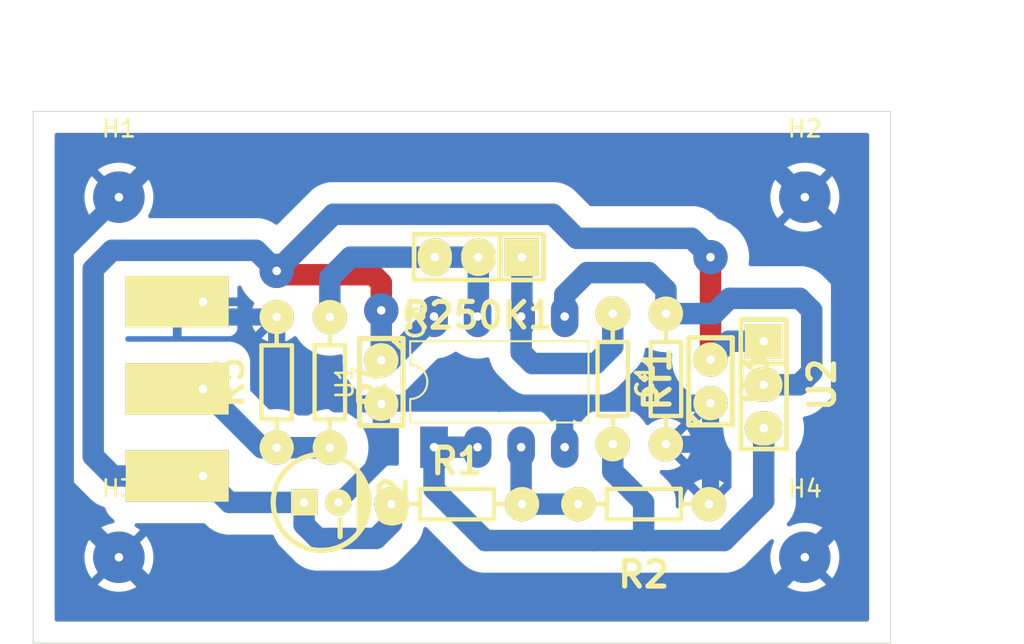
<source format=kicad_pcb>
(kicad_pcb (version 20211014) (generator pcbnew)
  (layers (0 "F.Cu" signal) (31 "B.Cu" signal) (34 "B.Paste" user) (35 "F.Paste" user) (36 "B.SilkS" user "B.Silkscreen") (37 "F.SilkS" user "F.Silkscreen") (38 "B.Mask" user) (39 "F.Mask" user) (44 "Edge.Cuts" user))
  (net 0 "")
  (net 1 "GNDREF")
  (net 2 "VCC")
  (net 3 "/OUT_TEMP")
  (net 4 "Net-(R1-Pad2)")
  (net 5 "Net-(R3-Pad1)")
  (net 6 "Net-(R250K1-Pad2)")
  (net 7 "Net-(R250K1-Pad1)")
  (net 8 "/SALIDA 6V")
  (net 9 "GND")
  (footprint "EESTN5:RES0.3" (layer "F.Cu") (at 146.6 88.4)
    (fp_text reference "R2" (at 0 4.1) (layer "F.SilkS") (effects (font (size 1.5 1.5) (thickness 0.3))))
    (fp_text value "R100K" hide)
    (fp_line (start 2.159 0) (end 3.81 0) (layer "F.SilkS") (width 0.254))
    (fp_line (start -2.159 0) (end -3.81 0) (layer "F.SilkS") (width 0.254))
    (fp_line (start -2.159 -0.889) (end -2.159 0.889) (layer "F.SilkS") (width 0.254))
    (fp_line (start 2.159 0.889) (end 2.159 -0.889) (layer "F.SilkS") (width 0.254))
    (fp_line (start 2.159 -0.889) (end -2.159 -0.889) (layer "F.SilkS") (width 0.254))
    (fp_line (start -2.159 0.889) (end 2.159 0.889) (layer "F.SilkS") (width 0.254))
    (pad "1" thru_hole circle locked (at -3.81 0) (size 2 2) (drill 0.5) (layers *.Cu *.Mask "F.SilkS") (net 4 "Net-(R1-Pad2)"))
    (pad "2" thru_hole circle locked (at 3.81 0) (size 2 2) (drill 0.5) (layers *.Cu *.Mask "F.SilkS") (net 1 "GNDREF"))
  )
  (footprint "EESTN5:CAP_0.1" (layer "F.Cu") (at 150.5 81.24 90)
    (fp_text reference "C1" (at 0 -3.81 90) (layer "F.SilkS") (effects (font (size 1.016 1.016) (thickness 0.2032))))
    (fp_text value "C 100nF" hide)
    (fp_line (start 2.54 -1.27) (end 2.54 1.27) (layer "F.SilkS") (width 0.3048))
    (fp_line (start -2.54 -0.635) (end -1.905 -1.27) (layer "F.SilkS") (width 0.3048))
    (fp_line (start -2.54 1.27) (end -2.54 -1.27) (layer "F.SilkS") (width 0.3048))
    (fp_line (start 2.54 1.27) (end -2.54 1.27) (layer "F.SilkS") (width 0.3048))
    (fp_line (start -2.4892 -1.27) (end 2.54 -1.27) (layer "F.SilkS") (width 0.3048))
    (pad "1" thru_hole circle locked (at -1.27 0 90) (size 2 2) (drill 0.5) (layers *.Cu *.Mask "F.SilkS") (net 1 "GNDREF"))
    (pad "2" thru_hole circle locked (at 1.27 0 90) (size 2 2) (drill 0.5) (layers *.Cu *.Mask "F.SilkS") (net 2 "VCC"))
  )
  (footprint "EESTN5:RES0.3" (layer "F.Cu") (at 144.8 81.1 -90)
    (fp_text reference "Ri1" (at 0 -2.6 90) (layer "F.SilkS") (effects (font (size 1.5 1.5) (thickness 0.3))))
    (fp_text value "R15k" hide)
    (fp_line (start -2.159 0.889) (end 2.159 0.889) (layer "F.SilkS") (width 0.254))
    (fp_line (start 2.159 0.889) (end 2.159 -0.889) (layer "F.SilkS") (width 0.254))
    (fp_line (start 2.159 0) (end 3.81 0) (layer "F.SilkS") (width 0.254))
    (fp_line (start -2.159 0) (end -3.81 0) (layer "F.SilkS") (width 0.254))
    (fp_line (start 2.159 -0.889) (end -2.159 -0.889) (layer "F.SilkS") (width 0.254))
    (fp_line (start -2.159 -0.889) (end -2.159 0.889) (layer "F.SilkS") (width 0.254))
    (pad "1" thru_hole circle locked (at -3.81 0 270) (size 2 2) (drill 0.5) (layers *.Cu *.Mask "F.SilkS") (net 7 "Net-(R250K1-Pad1)"))
    (pad "2" thru_hole circle locked (at 3.81 0 270) (size 2 2) (drill 0.5) (layers *.Cu *.Mask "F.SilkS") (net 8 "/SALIDA 6V"))
  )
  (footprint "MountingHole:MountingHole_3mm_Pad" (layer "F.Cu") (at 116 70.5)
    (fp_text reference "H1" (at 0 -4) (layer "F.SilkS"))
    (fp_text value "MountingHole_Pad")
    (pad "1" thru_hole circle (at 0 0) (size 3 3) (drill 0.5) (layers *.Cu *.Mask) (net 9 "GND"))
  )
  (footprint "EESTN5:CAP_ELEC_5x11mm" (layer "F.Cu") (at 127.8 88.3 -90)
    (fp_text reference "C2" (at 0 -4.2 90) (layer "F.SilkS") (effects (font (size 1.524 1.524) (thickness 0.3048))))
    (fp_text value "C 10uF" hide)
    (fp_line (start -0.8 -2.6) (end 0.8 -2.6) (layer "F.SilkS") (width 0.3048))
    (fp_line (start -1.3 -2.4) (end 1.3 -2.4) (layer "F.SilkS") (width 0.3048))
    (fp_line (start -1.7 -2.2) (end 1.7 -2.2) (layer "F.SilkS") (width 0.3048))
    (fp_line (start 1 -1.1) (end 2 -1.1) (layer "F.SilkS") (width 0.3))
    (fp_circle (center 0 0) (end 2.8 0) (layer "F.SilkS") (width 0.3048) (fill none))
    (pad "1" thru_hole rect locked (at 0 1 270) (size 1.524 1.524) (drill 0.5) (layers *.Cu *.Mask "F.SilkS") (net 2 "VCC"))
    (pad "2" thru_hole circle locked (at 0 -1 270) (size 1.524 1.524) (drill 0.5) (layers *.Cu *.Mask "F.SilkS") (net 1 "GNDREF"))
  )
  (footprint "MountingHole:MountingHole_3mm_Pad" (layer "F.Cu") (at 116 91.5)
    (fp_text reference "H3" (at 0 -4) (layer "F.SilkS"))
    (fp_text value "MountingHole_Pad")
    (pad "1" thru_hole circle (at 0 0) (size 3 3) (drill 0.5) (layers *.Cu *.Mask) (net 9 "GND"))
  )
  (footprint "EESTN5:RES0.3" (layer "F.Cu") (at 128.3 81.3 -90)
    (fp_text reference "R4" (at 0 -2.5 90) (layer "F.SilkS") (effects (font (size 1.5 1.5) (thickness 0.3))))
    (fp_text value "R27K" hide)
    (fp_line (start -2.159 -0.889) (end -2.159 0.889) (layer "F.SilkS") (width 0.254))
    (fp_line (start 2.159 0.889) (end 2.159 -0.889) (layer "F.SilkS") (width 0.254))
    (fp_line (start 2.159 0) (end 3.81 0) (layer "F.SilkS") (width 0.254))
    (fp_line (start -2.159 0.889) (end 2.159 0.889) (layer "F.SilkS") (width 0.254))
    (fp_line (start 2.159 -0.889) (end -2.159 -0.889) (layer "F.SilkS") (width 0.254))
    (fp_line (start -2.159 0) (end -3.81 0) (layer "F.SilkS") (width 0.254))
    (pad "1" thru_hole circle locked (at -3.81 0 270) (size 2 2) (drill 0.5) (layers *.Cu *.Mask "F.SilkS") (net 6 "Net-(R250K1-Pad2)"))
    (pad "2" thru_hole circle locked (at 3.81 0 270) (size 2 2) (drill 0.5) (layers *.Cu *.Mask "F.SilkS") (net 3 "/OUT_TEMP"))
  )
  (footprint "EESTN5:DIP-8" (layer "F.Cu") (at 134.376 85.08 90)
    (fp_text reference "U1" (at 3.81 -5.212 90) (layer "F.SilkS"))
    (fp_text value "LM358" hide)
    (fp_line (start 1.44 -1.39) (end 1.44 9.01) (layer "F.SilkS") (width 0.12))
    (fp_line (start 6.18 9.01) (end 6.18 -1.39) (layer "F.SilkS") (width 0.12))
    (fp_line (start 6.18 -1.39) (end 4.81 -1.39) (layer "F.SilkS") (width 0.12))
    (fp_line (start 1.44 9.01) (end 6.18 9.01) (layer "F.SilkS") (width 0.12))
    (fp_line (start 2.81 -1.39) (end 1.44 -1.39) (layer "F.SilkS") (width 0.12))
    (fp_arc (start 4.81 -1.39) (mid 3.81 -0.39) (end 2.81 -1.39) (layer "F.SilkS") (width 0.12))
    (pad "1" thru_hole rect locked (at 0 0 90) (size 2.4 1.6) (drill 0.5) (layers *.Cu *.Mask) (net 8 "/SALIDA 6V"))
    (pad "2" thru_hole oval locked (at 0 2.54 90) (size 2.4 1.6) (drill 0.5) (layers *.Cu *.Mask) (net 8 "/SALIDA 6V"))
    (pad "3" thru_hole oval locked (at 0 5.08 90) (size 2.4 1.6) (drill 0.5) (layers *.Cu *.Mask) (net 4 "Net-(R1-Pad2)"))
    (pad "4" thru_hole oval locked (at 0 7.62 90) (size 2.4 1.6) (drill 0.5) (layers *.Cu *.Mask) (net 1 "GNDREF"))
    (pad "5" thru_hole oval locked (at 7.62 7.62 90) (size 2.4 1.6) (drill 0.5) (layers *.Cu *.Mask) (net 5 "Net-(R3-Pad1)"))
    (pad "6" thru_hole oval locked (at 7.62 5.08 90) (size 2.4 1.6) (drill 0.5) (layers *.Cu *.Mask) (net 7 "Net-(R250K1-Pad1)"))
    (pad "7" thru_hole oval locked (at 7.62 2.54 90) (size 2.4 1.6) (drill 0.5) (layers *.Cu *.Mask) (net 6 "Net-(R250K1-Pad2)"))
    (pad "8" thru_hole oval locked (at 7.62 0 90) (size 2.4 1.6) (drill 0.5) (layers *.Cu *.Mask) (net 2 "VCC"))
  )
  (footprint "EESTN5:RES0.3" (layer "F.Cu") (at 147.9 81.1 -90)
    (fp_text reference "R3" (at 0.04 -5.2 90) (layer "F.SilkS") (effects (font (size 1.5 1.5) (thickness 0.3))))
    (fp_text value "R12K" hide)
    (fp_line (start 2.159 0.889) (end 2.159 -0.889) (layer "F.SilkS") (width 0.254))
    (fp_line (start -2.159 -0.889) (end -2.159 0.889) (layer "F.SilkS") (width 0.254))
    (fp_line (start 2.159 0) (end 3.81 0) (layer "F.SilkS") (width 0.254))
    (fp_line (start -2.159 0.889) (end 2.159 0.889) (layer "F.SilkS") (width 0.254))
    (fp_line (start -2.159 0) (end -3.81 0) (layer "F.SilkS") (width 0.254))
    (fp_line (start 2.159 -0.889) (end -2.159 -0.889) (layer "F.SilkS") (width 0.254))
    (pad "1" thru_hole circle locked (at -3.81 0 270) (size 2 2) (drill 0.5) (layers *.Cu *.Mask "F.SilkS") (net 5 "Net-(R3-Pad1)"))
    (pad "2" thru_hole circle locked (at 3.81 0 270) (size 2 2) (drill 0.5) (layers *.Cu *.Mask "F.SilkS") (net 1 "GNDREF"))
  )
  (footprint "MountingHole:MountingHole_3mm_Pad" (layer "F.Cu") (at 156 91.5)
    (fp_text reference "H4" (at 0 -4) (layer "F.SilkS"))
    (fp_text value "MountingHole_Pad")
    (pad "1" thru_hole circle (at 0 0) (size 3 3) (drill 0.5) (layers *.Cu *.Mask) (net 9 "GND"))
  )
  (footprint "EESTN5:RES0.3" (layer "F.Cu") (at 125.2 81.3 90)
    (fp_text reference "R5" (at 0 -2.7 90) (layer "F.SilkS") (effects (font (size 1.5 1.5) (thickness 0.3))))
    (fp_text value "R10K" hide)
    (fp_line (start -2.159 0.889) (end 2.159 0.889) (layer "F.SilkS") (width 0.254))
    (fp_line (start -2.159 0) (end -3.81 0) (layer "F.SilkS") (width 0.254))
    (fp_line (start 2.159 0) (end 3.81 0) (layer "F.SilkS") (width 0.254))
    (fp_line (start 2.159 -0.889) (end -2.159 -0.889) (layer "F.SilkS") (width 0.254))
    (fp_line (start -2.159 -0.889) (end -2.159 0.889) (layer "F.SilkS") (width 0.254))
    (fp_line (start 2.159 0.889) (end 2.159 -0.889) (layer "F.SilkS") (width 0.254))
    (pad "1" thru_hole circle locked (at -3.81 0 90) (size 2 2) (drill 0.5) (layers *.Cu *.Mask "F.SilkS") (net 3 "/OUT_TEMP"))
    (pad "2" thru_hole circle locked (at 3.81 0 90) (size 2 2) (drill 0.5) (layers *.Cu *.Mask "F.SilkS") (net 1 "GNDREF"))
  )
  (footprint "EESTN5:Pin_Header_3" (layer "F.Cu") (at 136.96 74 180)
    (fp_text reference "R250K1" (at 0 -3.4) (layer "F.SilkS") (effects (font (size 1.5 1.5) (thickness 0.3))))
    (fp_text value "PRESET Rf" hide)
    (fp_line (start 3.81 -1.397) (end 3.81 -1.143) (layer "F.SilkS") (width 0.15))
    (fp_line (start 3.81 -1.27) (end 3.81 1.27) (layer "F.SilkS") (width 0.15))
    (fp_line (start 3.683 1.27) (end 3.683 -1.27) (layer "F.SilkS") (width 0.15))
    (fp_line (start 3.81 1.397) (end -3.81 1.397) (layer "F.SilkS") (width 0.15))
    (fp_line (start -3.81 1.27) (end -3.81 -1.27) (layer "F.SilkS") (width 0.3048))
    (fp_line (start -3.81 -1.397) (end 3.81 -1.397) (layer "F.SilkS") (width 0.15))
    (fp_line (start 3.81 1.016) (end 3.81 1.397) (layer "F.SilkS") (width 0.15))
    (fp_line (start -1.27 -1.27) (end -1.27 1.27) (layer "F.SilkS") (width 0.3048))
    (fp_line (start 3.81 -1.27) (end -3.81 -1.27) (layer "F.SilkS") (width 0.15))
    (fp_line (start 3.81 1.27) (end -3.81 1.27) (layer "F.SilkS") (width 0.15))
    (pad "1" thru_hole rect locked (at -2.54 0 180) (size 2 2.19964) (drill 0.5) (layers *.Cu *.Mask "F.SilkS") (net 7 "Net-(R250K1-Pad1)"))
    (pad "2" thru_hole oval locked (at 0 0 180) (size 2 2.19964) (drill 0.5) (layers *.Cu *.Mask "F.SilkS") (net 6 "Net-(R250K1-Pad2)"))
    (pad "3" thru_hole oval locked (at 2.54 0 180) (size 2 2.19964) (drill 0.5) (layers *.Cu *.Mask "F.SilkS") (net 6 "Net-(R250K1-Pad2)"))
  )
  (footprint "EESTN5:Pin_Header_3" (layer "F.Cu") (at 153.6 81.44 -90)
    (fp_text reference "U2" (at 0 -3.4 90) (layer "F.SilkS") (effects (font (size 1.5 1.5) (thickness 0.3))))
    (fp_text value "LM35-LP" hide)
    (fp_line (start -1.27 -1.27) (end -1.27 1.27) (layer "F.SilkS") (width 0.3048))
    (fp_line (start 3.81 1.016) (end 3.81 1.397) (layer "F.SilkS") (width 0.15))
    (fp_line (start 3.81 1.397) (end -3.81 1.397) (layer "F.SilkS") (width 0.15))
    (fp_line (start -3.81 -1.397) (end 3.81 -1.397) (layer "F.SilkS") (width 0.15))
    (fp_line (start 3.81 -1.27) (end 3.81 1.27) (layer "F.SilkS") (width 0.15))
    (fp_line (start 3.683 1.27) (end 3.683 -1.27) (layer "F.SilkS") (width 0.15))
    (fp_line (start 3.81 -1.397) (end 3.81 -1.143) (layer "F.SilkS") (width 0.15))
    (fp_line (start -3.81 1.27) (end -3.81 -1.27) (layer "F.SilkS") (width 0.3048))
    (fp_line (start 3.81 -1.27) (end -3.81 -1.27) (layer "F.SilkS") (width 0.15))
    (fp_line (start 3.81 1.27) (end -3.81 1.27) (layer "F.SilkS") (width 0.15))
    (pad "1" thru_hole rect locked (at -2.54 0 270) (size 2 2.19964) (drill 0.5) (layers *.Cu *.Mask "F.SilkS") (net 2 "VCC"))
    (pad "2" thru_hole oval locked (at 0 0 270) (size 2 2.19964) (drill 0.5) (layers *.Cu *.Mask "F.SilkS") (net 5 "Net-(R3-Pad1)"))
    (pad "3" thru_hole oval locked (at 2.54 0 270) (size 2 2.19964) (drill 0.5) (layers *.Cu *.Mask "F.SilkS") (net 8 "/SALIDA 6V"))
  )
  (footprint "EESTN5:CAP_0.1" (layer "F.Cu") (at 131.3 81.28 -90)
    (fp_text reference "C3" (at -3.5 -2.01 90) (layer "F.SilkS") (effects (font (size 1.016 1.016) (thickness 0.2032))))
    (fp_text value "C 100nF" hide)
    (fp_line (start -2.54 -0.635) (end -1.905 -1.27) (layer "F.SilkS") (width 0.3048))
    (fp_line (start 2.54 1.27) (end -2.54 1.27) (layer "F.SilkS") (width 0.3048))
    (fp_line (start -2.4892 -1.27) (end 2.54 -1.27) (layer "F.SilkS") (width 0.3048))
    (fp_line (start 2.54 -1.27) (end 2.54 1.27) (layer "F.SilkS") (width 0.3048))
    (fp_line (start -2.54 1.27) (end -2.54 -1.27) (layer "F.SilkS") (width 0.3048))
    (pad "1" thru_hole circle locked (at -1.27 0 270) (size 2 2) (drill 0.5) (layers *.Cu *.Mask "F.SilkS") (net 2 "VCC"))
    (pad "2" thru_hole circle locked (at 1.27 0 270) (size 2 2) (drill 0.5) (layers *.Cu *.Mask "F.SilkS") (net 1 "GNDREF"))
  )
  (footprint "MountingHole:MountingHole_3mm_Pad" (layer "F.Cu") (at 156 70.5)
    (fp_text reference "H2" (at 0 -4) (layer "F.SilkS"))
    (fp_text value "MountingHole_Pad")
    (pad "1" thru_hole circle (at 0 0) (size 3 3) (drill 0.5) (layers *.Cu *.Mask) (net 9 "GND"))
  )
  (footprint "EESTN5:Cable_3_1,5mm" (layer "F.Cu") (at 120.9 81.68 -90)
    (fp_text reference "J1" hide)
    (fp_text value "Conn_01X03" hide)
    (pad "1" thru_hole rect locked (at -5.08 0 270) (size 3 6) (drill 0.5 (offset 0 1.5)) (layers *.Cu *.Mask "F.SilkS") (net 1 "GNDREF"))
    (pad "2" thru_hole rect locked (at 0 0 270) (size 3 6) (drill 0.5 (offset 0 1.5)) (layers *.Cu *.Mask "F.SilkS") (net 3 "/OUT_TEMP"))
    (pad "3" thru_hole rect locked (at 5.08 0 270) (size 3 6) (drill 0.5 (offset 0 1.5)) (layers *.Cu *.Mask "F.SilkS") (net 2 "VCC"))
  )
  (footprint "EESTN5:RES0.3" (layer "F.Cu") (at 135.7 88.4)
    (fp_text reference "R1" (at 0 -2.5) (layer "F.SilkS") (effects (font (size 1.5 1.5) (thickness 0.3))))
    (fp_text value "R100K" hide)
    (fp_line (start 2.159 -0.889) (end -2.159 -0.889) (layer "F.SilkS") (width 0.254))
    (fp_line (start -2.159 0.889) (end 2.159 0.889) (layer "F.SilkS") (width 0.254))
    (fp_line (start -2.159 -0.889) (end -2.159 0.889) (layer "F.SilkS") (width 0.254))
    (fp_line (start 2.159 0.889) (end 2.159 -0.889) (layer "F.SilkS") (width 0.254))
    (fp_line (start 2.159 0) (end 3.81 0) (layer "F.SilkS") (width 0.254))
    (fp_line (start -2.159 0) (end -3.81 0) (layer "F.SilkS") (width 0.254))
    (pad "1" thru_hole circle locked (at -3.81 0) (size 2 2) (drill 0.5) (layers *.Cu *.Mask "F.SilkS") (net 2 "VCC"))
    (pad "2" thru_hole circle locked (at 3.81 0) (size 2 2) (drill 0.5) (layers *.Cu *.Mask "F.SilkS") (net 4 "Net-(R1-Pad2)"))
  )
  (gr_line (start 161 65.5) (end 161 96.5) (layer "Edge.Cuts") (width 0.05))
  (gr_line (start 161 96.5) (end 111 96.5) (layer "Edge.Cuts") (width 0.05))
  (gr_line (start 111 96.5) (end 111 65.5) (layer "Edge.Cuts") (width 0.05))
  (gr_line (start 111 65.5) (end 161 65.5) (layer "Edge.Cuts") (width 0.05))
  (segment (start 125.2 79.1) (end 128.65 82.55) (width 1) (layer "B.Cu") (net 1))
  (segment (start 150.5 88.31) (end 150.41 88.4) (width 1) (layer "B.Cu") (net 1))
  (segment (start 141.996 85.08) (end 141.996 82.516) (width 1) (layer "B.Cu") (net 1))
  (segment (start 125.2 77.49) (end 121.79 77.49) (width 1) (layer "B.Cu") (net 1))
  (segment (start 150.5 82.51) (end 141.99 82.51) (width 1) (layer "B.Cu") (net 1))
  (segment (start 147.9 84.91) (end 150.29 84.91) (width 1) (layer "B.Cu") (net 1))
  (segment (start 141.996 82.516) (end 141.99 82.51) (width 1) (layer "B.Cu") (net 1))
  (segment (start 141.99 82.51) (end 131.34 82.51) (width 1) (layer "B.Cu") (net 1))
  (segment (start 125.2 77.49) (end 125.2 79.1) (width 1) (layer "B.Cu") (net 1))
  (segment (start 131.3 82.55) (end 131.3 85.8) (width 1) (layer "B.Cu") (net 1))
  (segment (start 150.5 82.51) (end 150.5 84.7) (width 1) (layer "B.Cu") (net 1))
  (segment (start 150.5 84.7) (end 150.5 88.31) (width 1) (layer "B.Cu") (net 1))
  (segment (start 121.79 77.49) (end 120.9 76.6) (width 1) (layer "B.Cu") (net 1))
  (segment (start 150.29 84.91) (end 150.5 84.7) (width 1) (layer "B.Cu") (net 1))
  (segment (start 131.34 82.51) (end 131.3 82.55) (width 1) (layer "B.Cu") (net 1))
  (segment (start 128.65 82.55) (end 131.3 82.55) (width 1) (layer "B.Cu") (net 1))
  (segment (start 131.3 85.8) (end 128.8 88.3) (width 1) (layer "B.Cu") (net 1))
  (segment (start 131.3 77.1) (end 131.3 75.5) (width 1.25) (layer "F.Cu") (net 2))
  (segment (start 131.3 75.5) (end 130.824511 75.024511) (width 1.25) (layer "F.Cu") (net 2))
  (segment (start 125.424511 75.024511) (end 125.2 74.8) (width 1.25) (layer "F.Cu") (net 2))
  (segment (start 130.824511 75.024511) (end 125.424511 75.024511) (width 1.25) (layer "F.Cu") (net 2))
  (segment (start 131.34 79.97) (end 131.3 80.01) (width 1.25) (layer "F.Cu") (net 2))
  (segment (start 150.5 79.97) (end 150.5 74) (width 1.25) (layer "F.Cu") (net 2))
  (via (at 150.5 74) (size 2) (drill 0.5) (layers "F.Cu" "B.Cu") (net 2))
  (via (at 125.2 74.8) (size 2) (drill 0.5) (layers "F.Cu" "B.Cu") (net 2))
  (via (at 131.3 77.1) (size 2) (drill 0.5) (layers "F.Cu" "B.Cu") (net 2))
  (segment (start 131.9 89.5) (end 131 90.4) (width 1.25) (layer "B.Cu") (net 2))
  (segment (start 128.5 71.5) (end 141.3 71.5) (width 1.25) (layer "B.Cu") (net 2))
  (segment (start 115.66 86.76) (end 114.5 85.6) (width 1.25) (layer "B.Cu") (net 2))
  (segment (start 127.6 90.4) (end 126.8 89.6) (width 1.25) (layer "B.Cu") (net 2))
  (segment (start 153.6 78.9) (end 151.57 78.9) (width 1.25) (layer "B.Cu") (net 2))
  (segment (start 122.44 88.3) (end 126.8 88.3) (width 1.25) (layer "B.Cu") (net 2))
  (segment (start 125.2 74.8) (end 128.5 71.5) (width 1.25) (layer "B.Cu") (net 2))
  (segment (start 120.9 86.76) (end 122.44 88.3) (width 1.25) (layer "B.Cu") (net 2))
  (segment (start 131.3 80.01) (end 131.826 80.01) (width 1.25) (layer "B.Cu") (net 2))
  (segment (start 115.6 73.6) (end 124 73.6) (width 1.25) (layer "B.Cu") (net 2))
  (segment (start 131 90.4) (end 127.6 90.4) (width 1.25) (layer "B.Cu") (net 2))
  (segment (start 124 73.6) (end 125.2 74.8) (width 1.25) (layer "B.Cu") (net 2))
  (segment (start 131.3 80.01) (end 131.3 77.1) (width 1.25) (layer "B.Cu") (net 2))
  (segment (start 131.826 80.01) (end 134.376 77.46) (width 1.25) (layer "B.Cu") (net 2))
  (segment (start 142.7 72.9) (end 149.4 72.9) (width 1.25) (layer "B.Cu") (net 2))
  (segment (start 149.4 72.9) (end 150.5 74) (width 1.25) (layer "B.Cu") (net 2))
  (segment (start 120.9 86.76) (end 115.66 86.76) (width 1.25) (layer "B.Cu") (net 2))
  (segment (start 131.89 88.4) (end 131.9 89.5) (width 1.25) (layer "B.Cu") (net 2))
  (segment (start 126.8 89.6) (end 126.8 88.3) (width 1.25) (layer "B.Cu") (net 2))
  (segment (start 141.3 71.5) (end 142.7 72.9) (width 1.25) (layer "B.Cu") (net 2))
  (segment (start 114.5 85.6) (end 114.5 74.7) (width 1.25) (layer "B.Cu") (net 2))
  (segment (start 114.5 74.7) (end 115.6 73.6) (width 1.25) (layer "B.Cu") (net 2))
  (segment (start 151.57 78.9) (end 150.5 79.97) (width 1.25) (layer "B.Cu") (net 2))
  (segment (start 124.33 85.11) (end 120.9 81.68) (width 1.25) (layer "B.Cu") (net 3))
  (segment (start 128.3 85.11) (end 124.33 85.11) (width 1.25) (layer "B.Cu") (net 3))
  (segment (start 139.456 88.346) (end 139.51 88.4) (width 1.25) (layer "B.Cu") (net 4))
  (segment (start 142.79 88.4) (end 139.51 88.4) (width 1.25) (layer "B.Cu") (net 4))
  (segment (start 139.456 85.08) (end 139.456 88.346) (width 1.25) (layer "B.Cu") (net 4))
  (segment (start 155.7 76.4) (end 156.4 77.1) (width 1.25) (layer "B.Cu") (net 5))
  (segment (start 150.71 77.29) (end 151.6 76.4) (width 1.25) (layer "B.Cu") (net 5))
  (segment (start 147.9 75.9) (end 146.9 74.9) (width 1.25) (layer "B.Cu") (net 5))
  (segment (start 156.4 77.1) (end 156.4 80.7) (width 1.25) (layer "B.Cu") (net 5))
  (segment (start 151.6 76.4) (end 155.7 76.4) (width 1.25) (layer "B.Cu") (net 5))
  (segment (start 146.9 74.9) (end 143.3 74.9) (width 1.25) (layer "B.Cu") (net 5))
  (segment (start 147.9 77.29) (end 147.9 75.9) (width 1.25) (layer "B.Cu") (net 5))
  (segment (start 156.4 80.7) (end 155.66 81.44) (width 1.25) (layer "B.Cu") (net 5))
  (segment (start 155.66 81.44) (end 153.6 81.44) (width 1.25) (layer "B.Cu") (net 5))
  (segment (start 141.996 76.204) (end 141.996 77.46) (width 1.25) (layer "B.Cu") (net 5))
  (segment (start 143.3 74.9) (end 141.996 76.204) (width 1.25) (layer "B.Cu") (net 5))
  (segment (start 147.9 77.29) (end 150.71 77.29) (width 1.25) (layer "B.Cu") (net 5))
  (segment (start 136.96 74) (end 136.96 77.416) (width 1.25) (layer "B.Cu") (net 6))
  (segment (start 129.5 74) (end 128.3 75.2) (width 1.25) (layer "B.Cu") (net 6))
  (segment (start 134.42 74) (end 129.5 74) (width 1.25) (layer "B.Cu") (net 6))
  (segment (start 128.3 75.2) (end 128.3 77.49) (width 1.25) (layer "B.Cu") (net 6))
  (segment (start 134.42 74) (end 136.96 74) (width 1.25) (layer "B.Cu") (net 6))
  (segment (start 136.96 77.416) (end 136.916 77.46) (width 1.25) (layer "B.Cu") (net 6))
  (segment (start 139.5 74) (end 139.5 77.416) (width 1.25) (layer "B.Cu") (net 7))
  (segment (start 139.5 77.416) (end 139.456 77.46) (width 1.25) (layer "B.Cu") (net 7))
  (segment (start 140.1 80.2) (end 143.8 80.2) (width 1.25) (layer "B.Cu") (net 7))
  (segment (start 139.456 79.556) (end 140.1 80.2) (width 1.25) (layer "B.Cu") (net 7))
  (segment (start 144.8 79.2) (end 144.8 77.29) (width 1.25) (layer "B.Cu") (net 7))
  (segment (start 143.8 80.2) (end 144.8 79.2) (width 1.25) (layer "B.Cu") (net 7))
  (segment (start 139.456 77.46) (end 139.456 79.556) (width 1.25) (layer "B.Cu") (net 7))
  (segment (start 134.376 87.53) (end 137.370511 90.524511) (width 1.25) (layer "B.Cu") (net 8))
  (segment (start 151.290002 90.524511) (end 146.575489 90.524511) (width 1.25) (layer "B.Cu") (net 8))
  (segment (start 146.6 88.3) (end 146.6 90.5) (width 1.25) (layer "B.Cu") (net 8))
  (segment (start 136.916 85.08) (end 134.376 85.08) (width 1.25) (layer "B.Cu") (net 8))
  (segment (start 144.8 86.5) (end 146.6 88.3) (width 1.25) (layer "B.Cu") (net 8))
  (segment (start 146.6 90.5) (end 146.575489 90.524511) (width 1.25) (layer "B.Cu") (net 8))
  (segment (start 153.6 88.214513) (end 151.290002 90.524511) (width 1.25) (layer "B.Cu") (net 8))
  (segment (start 134.376 85.08) (end 134.376 87.53) (width 1.25) (layer "B.Cu") (net 8))
  (segment (start 137.370511 90.524511) (end 143.675489 90.524511) (width 1.25) (layer "B.Cu") (net 8))
  (segment (start 153.6 83.98) (end 153.6 88.214513) (width 1.25) (layer "B.Cu") (net 8))
  (segment (start 144.8 84.91) (end 144.8 86.5) (width 1.25) (layer "B.Cu") (net 8))
  (segment (start 146.575489 90.524511) (end 143.675489 90.524511) (width 1.25) (layer "B.Cu") (net 8))
  (segment (start 154.5 93) (end 117.5 93) (width 1) (layer "B.Cu") (net 9))
  (segment (start 158.02452 89.47548) (end 156 91.5) (width 1) (layer "B.Cu") (net 9))
  (segment (start 112.87548 88.37548) (end 116 91.5) (width 1) (layer "B.Cu") (net 9))
  (segment (start 156 91.5) (end 154.5 93) (width 1) (layer "B.Cu") (net 9))
  (segment (start 154.5 69) (end 117.5 69) (width 1) (layer "B.Cu") (net 9))
  (segment (start 156 70.5) (end 154.5 69) (width 1) (layer "B.Cu") (net 9))
  (segment (start 158.02452 72.52452) (end 158.02452 89.47548) (width 1) (layer "B.Cu") (net 9))
  (segment (start 156 70.5) (end 158.02452 72.52452) (width 1) (layer "B.Cu") (net 9))
  (segment (start 116 70.5) (end 112.87548 73.62452) (width 1) (layer "B.Cu") (net 9))
  (segment (start 117.5 93) (end 116 91.5) (width 1) (layer "B.Cu") (net 9))
  (segment (start 112.87548 73.62452) (end 112.87548 88.37548) (width 1) (layer "B.Cu") (net 9))
  (segment (start 117.5 69) (end 116 70.5) (width 1) (layer "B.Cu") (net 9))
  (zone (net 1) (net_name "GNDREF") (layer "B.Cu") (name "GNDREF") (connect_pads (clearance 1.25)) (min_thickness 0.254) (fill yes (thermal_gap 0.508) (thermal_bridge_width 0.508))
    (polygon (pts (xy 161 96.5) (xy 111 96.5) (xy 111 65.5) (xy 161 65.5)))
  )
  (zone (net 9) (net_name "GND") (layer "B.Cu") (name "GND") (connect_pads (clearance 1.25)) (min_thickness 0.254) (fill yes (thermal_gap 0.508) (thermal_bridge_width 0.508))
    (polygon (pts (xy 161 96.5) (xy 111 96.5) (xy 111 65.5) (xy 161 65.5)))
  )
)
</source>
